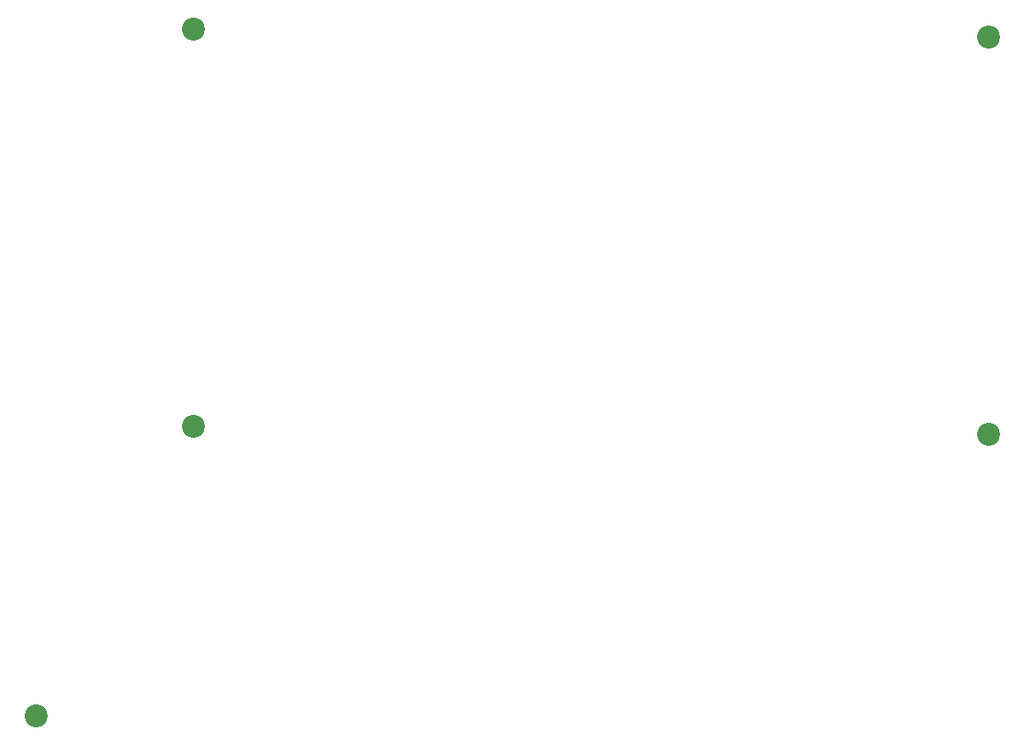
<source format=gbr>
%TF.GenerationSoftware,KiCad,Pcbnew,(5.1.9-0-10_14)*%
%TF.CreationDate,2021-04-19T01:19:56-05:00*%
%TF.ProjectId,wren-right-bottom,7772656e-2d72-4696-9768-742d626f7474,rev?*%
%TF.SameCoordinates,Original*%
%TF.FileFunction,Soldermask,Bot*%
%TF.FilePolarity,Negative*%
%FSLAX46Y46*%
G04 Gerber Fmt 4.6, Leading zero omitted, Abs format (unit mm)*
G04 Created by KiCad (PCBNEW (5.1.9-0-10_14)) date 2021-04-19 01:19:56*
%MOMM*%
%LPD*%
G01*
G04 APERTURE LIST*
%ADD10C,2.200000*%
G04 APERTURE END LIST*
D10*
%TO.C,H7*%
X120650000Y-138112500D03*
%TD*%
%TO.C,H6*%
X135731250Y-110331250D03*
%TD*%
%TO.C,H3*%
X135731250Y-72231250D03*
%TD*%
%TO.C,H2*%
X211931250Y-73025000D03*
%TD*%
%TO.C,H1*%
X211913250Y-111125000D03*
%TD*%
M02*

</source>
